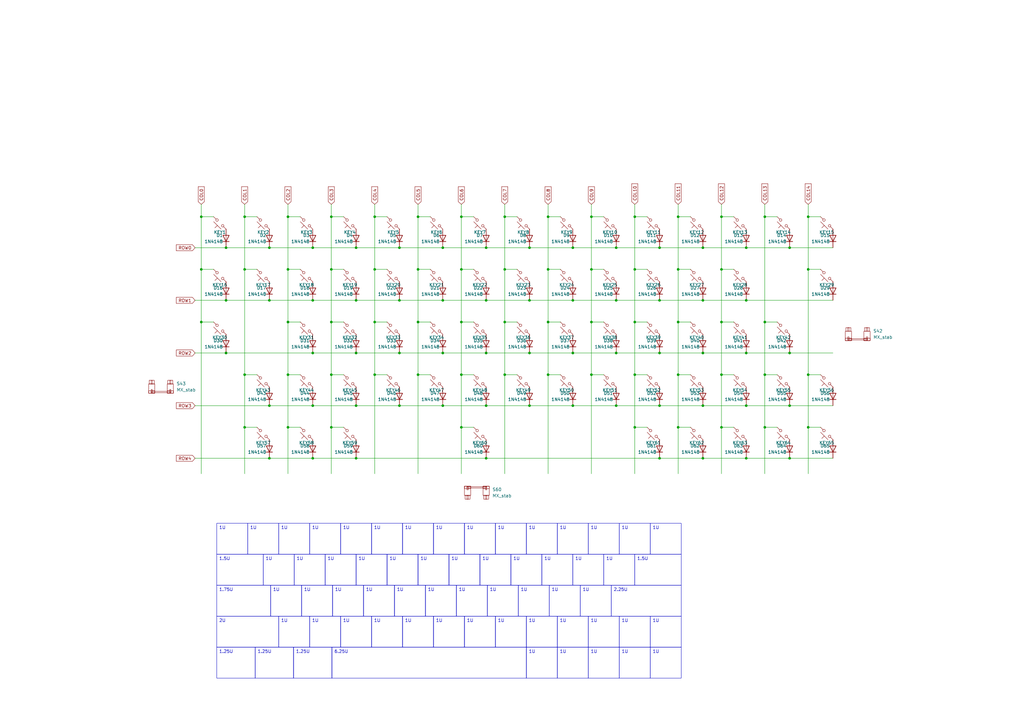
<source format=kicad_sch>
(kicad_sch (version 20230121) (generator eeschema)
  (paper "A3")
  (junction (at 100.33 153.67))
  (junction (at 288.29 166.37))
  (junction (at 207.01 88.9))
  (junction (at 207.01 153.67))
  (junction (at 163.83 101.6))
  (junction (at 135.89 175.26))
  (junction (at 181.61 166.37))
  (junction (at 217.17 123.19))
  (junction (at 288.29 144.78))
  (junction (at 270.51 123.19))
  (junction (at 252.73 123.19))
  (junction (at 181.61 101.6))
  (junction (at 242.57 88.9))
  (junction (at 313.69 88.9))
  (junction (at 224.79 153.67))
  (junction (at 313.69 175.26))
  (junction (at 270.51 101.6))
  (junction (at 234.95 144.78))
  (junction (at 306.07 123.19))
  (junction (at 171.45 88.9))
  (junction (at 288.29 101.6))
  (junction (at 295.91 175.26))
  (junction (at 323.85 101.6))
  (junction (at 234.95 123.19))
  (junction (at 260.35 88.9))
  (junction (at 224.79 132.08))
  (junction (at 118.11 110.49))
  (junction (at 110.49 166.37))
  (junction (at 306.07 187.96))
  (junction (at 118.11 88.9))
  (junction (at 82.55 132.08))
  (junction (at 331.47 110.49))
  (junction (at 306.07 144.78))
  (junction (at 323.85 166.37))
  (junction (at 217.17 144.78))
  (junction (at 323.85 144.78))
  (junction (at 163.83 144.78))
  (junction (at 295.91 88.9))
  (junction (at 278.13 110.49))
  (junction (at 189.23 153.67))
  (junction (at 331.47 175.26))
  (junction (at 135.89 153.67))
  (junction (at 128.27 187.96))
  (junction (at 278.13 153.67))
  (junction (at 128.27 166.37))
  (junction (at 163.83 166.37))
  (junction (at 278.13 132.08))
  (junction (at 181.61 123.19))
  (junction (at 242.57 110.49))
  (junction (at 252.73 166.37))
  (junction (at 128.27 144.78))
  (junction (at 199.39 101.6))
  (junction (at 234.95 101.6))
  (junction (at 217.17 101.6))
  (junction (at 146.05 144.78))
  (junction (at 242.57 153.67))
  (junction (at 146.05 187.96))
  (junction (at 270.51 166.37))
  (junction (at 234.95 166.37))
  (junction (at 82.55 110.49))
  (junction (at 92.71 101.6))
  (junction (at 171.45 132.08))
  (junction (at 146.05 123.19))
  (junction (at 171.45 110.49))
  (junction (at 153.67 153.67))
  (junction (at 217.17 166.37))
  (junction (at 270.51 144.78))
  (junction (at 146.05 166.37))
  (junction (at 242.57 132.08))
  (junction (at 110.49 101.6))
  (junction (at 135.89 110.49))
  (junction (at 199.39 144.78))
  (junction (at 100.33 110.49))
  (junction (at 278.13 88.9))
  (junction (at 323.85 187.96))
  (junction (at 92.71 144.78))
  (junction (at 82.55 88.9))
  (junction (at 153.67 110.49))
  (junction (at 110.49 187.96))
  (junction (at 189.23 110.49))
  (junction (at 163.83 123.19))
  (junction (at 110.49 123.19))
  (junction (at 331.47 88.9))
  (junction (at 288.29 123.19))
  (junction (at 153.67 132.08))
  (junction (at 135.89 132.08))
  (junction (at 100.33 175.26))
  (junction (at 92.71 123.19))
  (junction (at 260.35 132.08))
  (junction (at 118.11 175.26))
  (junction (at 270.51 187.96))
  (junction (at 207.01 132.08))
  (junction (at 252.73 144.78))
  (junction (at 181.61 144.78))
  (junction (at 189.23 132.08))
  (junction (at 171.45 153.67))
  (junction (at 260.35 110.49))
  (junction (at 199.39 187.96))
  (junction (at 224.79 110.49))
  (junction (at 207.01 110.49))
  (junction (at 288.29 187.96))
  (junction (at 189.23 175.26))
  (junction (at 118.11 132.08))
  (junction (at 306.07 166.37))
  (junction (at 295.91 132.08))
  (junction (at 146.05 101.6))
  (junction (at 135.89 88.9))
  (junction (at 252.73 101.6))
  (junction (at 260.35 175.26))
  (junction (at 295.91 153.67))
  (junction (at 199.39 166.37))
  (junction (at 224.79 88.9))
  (junction (at 295.91 110.49))
  (junction (at 199.39 123.19))
  (junction (at 313.69 153.67))
  (junction (at 306.07 101.6))
  (junction (at 331.47 153.67))
  (junction (at 313.69 132.08))
  (junction (at 128.27 123.19))
  (junction (at 100.33 88.9))
  (junction (at 153.67 88.9))
  (junction (at 260.35 153.67))
  (junction (at 189.23 88.9))
  (junction (at 128.27 101.6))
  (junction (at 118.11 153.67))
  (junction (at 278.13 175.26))
  (wire (pts (xy 313.69 88.9) (xy 318.77 88.9)))
  (wire (pts (xy 100.33 88.9) (xy 105.41 88.9)))
  (wire (pts (xy 153.67 110.49) (xy 158.75 110.49)))
  (wire (pts (xy 270.51 187.96) (xy 288.29 187.96)))
  (wire (pts (xy 153.67 83.82) (xy 153.67 88.9)))
  (wire (pts (xy 199.39 123.19) (xy 217.17 123.19)))
  (wire (pts (xy 313.69 175.26) (xy 313.69 194.31)))
  (wire (pts (xy 331.47 110.49) (xy 331.47 153.67)))
  (wire (pts (xy 295.91 132.08) (xy 300.99 132.08)))
  (wire (pts (xy 110.49 187.96) (xy 128.27 187.96)))
  (wire (pts (xy 260.35 175.26) (xy 265.43 175.26)))
  (wire (pts (xy 100.33 83.82) (xy 100.33 88.9)))
  (wire (pts (xy 153.67 110.49) (xy 153.67 132.08)))
  (wire (pts (xy 252.73 123.19) (xy 270.51 123.19)))
  (wire (pts (xy 82.55 110.49) (xy 82.55 132.08)))
  (wire (pts (xy 313.69 132.08) (xy 313.69 153.67)))
  (wire (pts (xy 146.05 123.19) (xy 163.83 123.19)))
  (wire (pts (xy 270.51 144.78) (xy 288.29 144.78)))
  (wire (pts (xy 171.45 110.49) (xy 171.45 132.08)))
  (wire (pts (xy 278.13 110.49) (xy 278.13 132.08)))
  (wire (pts (xy 323.85 166.37) (xy 341.63 166.37)))
  (wire (pts (xy 242.57 88.9) (xy 247.65 88.9)))
  (wire (pts (xy 252.73 144.78) (xy 270.51 144.78)))
  (wire (pts (xy 189.23 88.9) (xy 194.31 88.9)))
  (wire (pts (xy 270.51 123.19) (xy 288.29 123.19)))
  (wire (pts (xy 92.71 123.19) (xy 110.49 123.19)))
  (wire (pts (xy 163.83 123.19) (xy 181.61 123.19)))
  (wire (pts (xy 135.89 132.08) (xy 135.89 153.67)))
  (wire (pts (xy 207.01 88.9) (xy 207.01 110.49)))
  (wire (pts (xy 242.57 88.9) (xy 242.57 110.49)))
  (wire (pts (xy 242.57 83.82) (xy 242.57 88.9)))
  (wire (pts (xy 153.67 132.08) (xy 153.67 153.67)))
  (wire (pts (xy 100.33 88.9) (xy 100.33 110.49)))
  (wire (pts (xy 135.89 88.9) (xy 140.97 88.9)))
  (wire (pts (xy 278.13 153.67) (xy 278.13 175.26)))
  (wire (pts (xy 189.23 153.67) (xy 194.31 153.67)))
  (wire (pts (xy 331.47 153.67) (xy 331.47 175.26)))
  (wire (pts (xy 92.71 144.78) (xy 128.27 144.78)))
  (wire (pts (xy 313.69 153.67) (xy 313.69 175.26)))
  (wire (pts (xy 242.57 153.67) (xy 247.65 153.67)))
  (wire (pts (xy 224.79 132.08) (xy 224.79 153.67)))
  (wire (pts (xy 82.55 88.9) (xy 87.63 88.9)))
  (wire (pts (xy 128.27 101.6) (xy 146.05 101.6)))
  (wire (pts (xy 189.23 132.08) (xy 189.23 153.67)))
  (wire (pts (xy 163.83 166.37) (xy 181.61 166.37)))
  (wire (pts (xy 278.13 110.49) (xy 283.21 110.49)))
  (wire (pts (xy 118.11 153.67) (xy 118.11 175.26)))
  (wire (pts (xy 118.11 88.9) (xy 123.19 88.9)))
  (wire (pts (xy 189.23 132.08) (xy 194.31 132.08)))
  (wire (pts (xy 217.17 101.6) (xy 234.95 101.6)))
  (wire (pts (xy 80.01 144.78) (xy 92.71 144.78)))
  (wire (pts (xy 224.79 88.9) (xy 229.87 88.9)))
  (wire (pts (xy 278.13 88.9) (xy 283.21 88.9)))
  (wire (pts (xy 118.11 175.26) (xy 123.19 175.26)))
  (wire (pts (xy 224.79 153.67) (xy 229.87 153.67)))
  (wire (pts (xy 217.17 144.78) (xy 234.95 144.78)))
  (wire (pts (xy 224.79 83.82) (xy 224.79 88.9)))
  (wire (pts (xy 331.47 88.9) (xy 336.55 88.9)))
  (wire (pts (xy 323.85 101.6) (xy 341.63 101.6)))
  (wire (pts (xy 278.13 132.08) (xy 283.21 132.08)))
  (wire (pts (xy 288.29 101.6) (xy 306.07 101.6)))
  (wire (pts (xy 234.95 123.19) (xy 252.73 123.19)))
  (wire (pts (xy 234.95 101.6) (xy 252.73 101.6)))
  (wire (pts (xy 306.07 187.96) (xy 323.85 187.96)))
  (wire (pts (xy 295.91 110.49) (xy 300.99 110.49)))
  (wire (pts (xy 217.17 166.37) (xy 234.95 166.37)))
  (wire (pts (xy 82.55 83.82) (xy 82.55 88.9)))
  (wire (pts (xy 128.27 144.78) (xy 146.05 144.78)))
  (wire (pts (xy 224.79 110.49) (xy 224.79 132.08)))
  (wire (pts (xy 82.55 132.08) (xy 87.63 132.08)))
  (wire (pts (xy 189.23 175.26) (xy 189.23 194.31)))
  (wire (pts (xy 242.57 132.08) (xy 242.57 153.67)))
  (wire (pts (xy 135.89 110.49) (xy 135.89 132.08)))
  (wire (pts (xy 260.35 110.49) (xy 260.35 132.08)))
  (wire (pts (xy 199.39 144.78) (xy 217.17 144.78)))
  (wire (pts (xy 242.57 153.67) (xy 242.57 194.31)))
  (wire (pts (xy 110.49 166.37) (xy 128.27 166.37)))
  (wire (pts (xy 153.67 88.9) (xy 158.75 88.9)))
  (wire (pts (xy 100.33 153.67) (xy 105.41 153.67)))
  (wire (pts (xy 92.71 101.6) (xy 110.49 101.6)))
  (wire (pts (xy 260.35 83.82) (xy 260.35 88.9)))
  (wire (pts (xy 278.13 153.67) (xy 283.21 153.67)))
  (wire (pts (xy 82.55 88.9) (xy 82.55 110.49)))
  (wire (pts (xy 278.13 175.26) (xy 283.21 175.26)))
  (wire (pts (xy 135.89 153.67) (xy 135.89 175.26)))
  (wire (pts (xy 135.89 83.82) (xy 135.89 88.9)))
  (wire (pts (xy 100.33 153.67) (xy 100.33 175.26)))
  (wire (pts (xy 118.11 132.08) (xy 123.19 132.08)))
  (wire (pts (xy 181.61 101.6) (xy 199.39 101.6)))
  (wire (pts (xy 153.67 153.67) (xy 153.67 194.31)))
  (wire (pts (xy 270.51 166.37) (xy 288.29 166.37)))
  (wire (pts (xy 171.45 83.82) (xy 171.45 88.9)))
  (wire (pts (xy 331.47 83.82) (xy 331.47 88.9)))
  (wire (pts (xy 135.89 110.49) (xy 140.97 110.49)))
  (wire (pts (xy 189.23 110.49) (xy 189.23 132.08)))
  (wire (pts (xy 189.23 88.9) (xy 189.23 110.49)))
  (wire (pts (xy 224.79 88.9) (xy 224.79 110.49)))
  (wire (pts (xy 306.07 144.78) (xy 323.85 144.78)))
  (wire (pts (xy 118.11 83.82) (xy 118.11 88.9)))
  (wire (pts (xy 313.69 83.82) (xy 313.69 88.9)))
  (wire (pts (xy 323.85 187.96) (xy 341.63 187.96)))
  (wire (pts (xy 171.45 153.67) (xy 171.45 194.31)))
  (wire (pts (xy 306.07 123.19) (xy 341.63 123.19)))
  (wire (pts (xy 153.67 153.67) (xy 158.75 153.67)))
  (wire (pts (xy 323.85 144.78) (xy 341.63 144.78)))
  (wire (pts (xy 80.01 123.19) (xy 92.71 123.19)))
  (wire (pts (xy 181.61 166.37) (xy 199.39 166.37)))
  (wire (pts (xy 80.01 166.37) (xy 110.49 166.37)))
  (wire (pts (xy 100.33 175.26) (xy 105.41 175.26)))
  (wire (pts (xy 242.57 132.08) (xy 247.65 132.08)))
  (wire (pts (xy 295.91 175.26) (xy 300.99 175.26)))
  (wire (pts (xy 128.27 166.37) (xy 146.05 166.37)))
  (wire (pts (xy 100.33 110.49) (xy 100.33 153.67)))
  (wire (pts (xy 278.13 132.08) (xy 278.13 153.67)))
  (wire (pts (xy 260.35 153.67) (xy 265.43 153.67)))
  (wire (pts (xy 163.83 144.78) (xy 181.61 144.78)))
  (wire (pts (xy 224.79 153.67) (xy 224.79 194.31)))
  (wire (pts (xy 306.07 101.6) (xy 323.85 101.6)))
  (wire (pts (xy 295.91 88.9) (xy 295.91 110.49)))
  (wire (pts (xy 189.23 83.82) (xy 189.23 88.9)))
  (wire (pts (xy 306.07 166.37) (xy 323.85 166.37)))
  (wire (pts (xy 80.01 187.96) (xy 110.49 187.96)))
  (wire (pts (xy 295.91 88.9) (xy 300.99 88.9)))
  (wire (pts (xy 260.35 88.9) (xy 260.35 110.49)))
  (wire (pts (xy 199.39 187.96) (xy 270.51 187.96)))
  (wire (pts (xy 189.23 110.49) (xy 194.31 110.49)))
  (wire (pts (xy 207.01 132.08) (xy 207.01 153.67)))
  (wire (pts (xy 82.55 110.49) (xy 87.63 110.49)))
  (wire (pts (xy 118.11 175.26) (xy 118.11 194.31)))
  (wire (pts (xy 199.39 166.37) (xy 217.17 166.37)))
  (wire (pts (xy 153.67 88.9) (xy 153.67 110.49)))
  (wire (pts (xy 260.35 132.08) (xy 260.35 153.67)))
  (wire (pts (xy 199.39 101.6) (xy 217.17 101.6)))
  (wire (pts (xy 128.27 123.19) (xy 146.05 123.19)))
  (wire (pts (xy 278.13 83.82) (xy 278.13 88.9)))
  (wire (pts (xy 242.57 110.49) (xy 242.57 132.08)))
  (wire (pts (xy 207.01 132.08) (xy 212.09 132.08)))
  (wire (pts (xy 207.01 153.67) (xy 212.09 153.67)))
  (wire (pts (xy 331.47 88.9) (xy 331.47 110.49)))
  (wire (pts (xy 110.49 123.19) (xy 128.27 123.19)))
  (wire (pts (xy 189.23 153.67) (xy 189.23 175.26)))
  (wire (pts (xy 288.29 187.96) (xy 306.07 187.96)))
  (wire (pts (xy 146.05 187.96) (xy 199.39 187.96)))
  (wire (pts (xy 336.55 110.49) (xy 331.47 110.49)))
  (wire (pts (xy 100.33 175.26) (xy 100.33 194.31)))
  (wire (pts (xy 242.57 110.49) (xy 247.65 110.49)))
  (wire (pts (xy 146.05 101.6) (xy 163.83 101.6)))
  (wire (pts (xy 171.45 88.9) (xy 171.45 110.49)))
  (wire (pts (xy 313.69 153.67) (xy 318.77 153.67)))
  (wire (pts (xy 135.89 175.26) (xy 140.97 175.26)))
  (wire (pts (xy 313.69 88.9) (xy 313.69 132.08)))
  (wire (pts (xy 278.13 175.26) (xy 278.13 194.31)))
  (wire (pts (xy 295.91 110.49) (xy 295.91 132.08)))
  (wire (pts (xy 224.79 132.08) (xy 229.87 132.08)))
  (wire (pts (xy 295.91 153.67) (xy 300.99 153.67)))
  (wire (pts (xy 260.35 110.49) (xy 265.43 110.49)))
  (wire (pts (xy 135.89 88.9) (xy 135.89 110.49)))
  (wire (pts (xy 171.45 132.08) (xy 176.53 132.08)))
  (wire (pts (xy 110.49 101.6) (xy 128.27 101.6)))
  (wire (pts (xy 288.29 123.19) (xy 306.07 123.19)))
  (wire (pts (xy 260.35 88.9) (xy 265.43 88.9)))
  (wire (pts (xy 207.01 110.49) (xy 212.09 110.49)))
  (wire (pts (xy 288.29 166.37) (xy 306.07 166.37)))
  (wire (pts (xy 207.01 110.49) (xy 207.01 132.08)))
  (wire (pts (xy 153.67 132.08) (xy 158.75 132.08)))
  (wire (pts (xy 295.91 175.26) (xy 295.91 194.31)))
  (wire (pts (xy 146.05 144.78) (xy 163.83 144.78)))
  (wire (pts (xy 313.69 175.26) (xy 318.77 175.26)))
  (wire (pts (xy 82.55 132.08) (xy 82.55 194.31)))
  (wire (pts (xy 278.13 88.9) (xy 278.13 110.49)))
  (wire (pts (xy 207.01 153.67) (xy 207.01 194.31)))
  (wire (pts (xy 207.01 83.82) (xy 207.01 88.9)))
  (wire (pts (xy 163.83 101.6) (xy 181.61 101.6)))
  (wire (pts (xy 288.29 144.78) (xy 306.07 144.78)))
  (wire (pts (xy 252.73 166.37) (xy 270.51 166.37)))
  (wire (pts (xy 217.17 123.19) (xy 234.95 123.19)))
  (wire (pts (xy 189.23 175.26) (xy 194.31 175.26)))
  (wire (pts (xy 313.69 132.08) (xy 318.77 132.08)))
  (wire (pts (xy 260.35 132.08) (xy 265.43 132.08)))
  (wire (pts (xy 100.33 110.49) (xy 105.41 110.49)))
  (wire (pts (xy 171.45 88.9) (xy 176.53 88.9)))
  (wire (pts (xy 295.91 153.67) (xy 295.91 175.26)))
  (wire (pts (xy 171.45 132.08) (xy 171.45 153.67)))
  (wire (pts (xy 171.45 153.67) (xy 176.53 153.67)))
  (wire (pts (xy 135.89 175.26) (xy 135.89 194.31)))
  (wire (pts (xy 224.79 110.49) (xy 229.87 110.49)))
  (wire (pts (xy 260.35 175.26) (xy 260.35 194.31)))
  (wire (pts (xy 295.91 132.08) (xy 295.91 153.67)))
  (wire (pts (xy 207.01 88.9) (xy 212.09 88.9)))
  (wire (pts (xy 135.89 153.67) (xy 140.97 153.67)))
  (wire (pts (xy 331.47 175.26) (xy 336.55 175.26)))
  (wire (pts (xy 118.11 110.49) (xy 118.11 132.08)))
  (wire (pts (xy 128.27 187.96) (xy 146.05 187.96)))
  (wire (pts (xy 146.05 166.37) (xy 163.83 166.37)))
  (wire (pts (xy 118.11 153.67) (xy 123.19 153.67)))
  (wire (pts (xy 252.73 101.6) (xy 270.51 101.6)))
  (wire (pts (xy 181.61 123.19) (xy 199.39 123.19)))
  (wire (pts (xy 80.01 101.6) (xy 92.71 101.6)))
  (wire (pts (xy 118.11 88.9) (xy 118.11 110.49)))
  (wire (pts (xy 118.11 132.08) (xy 118.11 153.67)))
  (wire (pts (xy 181.61 144.78) (xy 199.39 144.78)))
  (wire (pts (xy 331.47 175.26) (xy 331.47 194.31)))
  (wire (pts (xy 234.95 166.37) (xy 252.73 166.37)))
  (wire (pts (xy 260.35 153.67) (xy 260.35 175.26)))
  (wire (pts (xy 135.89 132.08) (xy 140.97 132.08)))
  (wire (pts (xy 118.11 110.49) (xy 123.19 110.49)))
  (wire (pts (xy 234.95 144.78) (xy 252.73 144.78)))
  (wire (pts (xy 295.91 83.82) (xy 295.91 88.9)))
  (wire (pts (xy 331.47 153.67) (xy 336.55 153.67)))
  (wire (pts (xy 171.45 110.49) (xy 176.53 110.49)))
  (wire (pts (xy 270.51 101.6) (xy 288.29 101.6)))
  (text_box "1U" (at 228.6 214.63 0) (size 12.7 12.7) (effects (font (size 1.27 1.27)) (justify left top)))
  (text_box "1U" (at 171.45 227.33 0) (size 12.7 12.7) (effects (font (size 1.27 1.27)) (justify left top)))
  (text_box "1U" (at 241.3 214.63 0) (size 12.7 12.7) (effects (font (size 1.27 1.27)) (justify left top)))
  (text_box "1U" (at 177.8 214.63 0) (size 12.7 12.7) (effects (font (size 1.27 1.27)) (justify left top)))
  (text_box "1U" (at 187.198 240.03 0) (size 12.7 12.7) (effects (font (size 1.27 1.27)) (justify left top)))
  (text_box "1U" (at 152.4 214.63 0) (size 12.7 12.7) (effects (font (size 1.27 1.27)) (justify left top)))
  (text_box "1.5U" (at 260.35 227.33 0) (size 19.05 12.7) (effects (font (size 1.27 1.27)) (justify left top)))
  (text_box "1U" (at 114.3 214.63 0) (size 12.7 12.7) (effects (font (size 1.27 1.27)) (justify left top)))
  (text_box "2.25U" (at 250.698 240.03 0) (size 28.702 12.7) (effects (font (size 1.27 1.27)) (justify left top)))
  (text_box "1U" (at 215.9 252.73 0) (size 12.7 12.7) (effects (font (size 1.27 1.27)) (justify left top)))
  (text_box "1U" (at 152.4 252.73 0) (size 12.7 12.7) (effects (font (size 1.27 1.27)) (justify left top)))
  (text_box "1.25U" (at 104.648 265.43 0) (size 15.748 12.7) (effects (font (size 1.27 1.27)) (justify left top)))
  (text_box "1U" (at 174.498 240.03 0) (size 12.7 12.7) (effects (font (size 1.27 1.27)) (justify left top)))
  (text_box "1U" (at 101.6 214.63 0) (size 12.7 12.7) (effects (font (size 1.27 1.27)) (justify left top)))
  (text_box "1U" (at 225.298 240.03 0) (size 12.7 12.7) (effects (font (size 1.27 1.27)) (justify left top)))
  (text_box "1U" (at 266.7 214.63 0) (size 12.7 12.7) (effects (font (size 1.27 1.27)) (justify left top)))
  (text_box "1.5U" (at 88.9 227.33 0) (size 19.05 12.7) (effects (font (size 1.27 1.27)) (justify left top)))
  (text_box "1U" (at 247.65 227.33 0) (size 12.7 12.7) (effects (font (size 1.27 1.27)) (justify left top)))
  (text_box "1U" (at 190.5 214.63 0) (size 12.7 12.7) (effects (font (size 1.27 1.27)) (justify left top)))
  (text_box "1U" (at 184.15 227.33 0) (size 12.7 12.7) (effects (font (size 1.27 1.27)) (justify left top)))
  (text_box "1U" (at 215.9 265.43 0) (size 12.7 12.7) (effects (font (size 1.27 1.27)) (justify left top)))
  (text_box "1U" (at 254 265.43 0) (size 12.7 12.7) (effects (font (size 1.27 1.27)) (justify left top)))
  (text_box "6.25U" (at 136.144 265.43 0) (size 79.756 12.7) (effects (font (size 1.27 1.27)) (justify left top)))
  (text_box "1U" (at 215.9 214.63 0) (size 12.7 12.7) (effects (font (size 1.27 1.27)) (justify left top)))
  (text_box "1U" (at 110.998 240.03 0) (size 12.7 12.7) (effects (font (size 1.27 1.27)) (justify left top)))
  (text_box "1U" (at 146.05 227.33 0) (size 12.7 12.7) (effects (font (size 1.27 1.27)) (justify left top)))
  (text_box "1U" (at 133.35 227.33 0) (size 12.7 12.7) (effects (font (size 1.27 1.27)) (justify left top)))
  (text_box "1U" (at 199.898 240.03 0) (size 12.7 12.7) (effects (font (size 1.27 1.27)) (justify left top)))
  (text_box "1U" (at 203.2 252.73 0) (size 12.7 12.7) (effects (font (size 1.27 1.27)) (justify left top)))
  (text_box "1U" (at 237.998 240.03 0) (size 12.7 12.7) (effects (font (size 1.27 1.27)) (justify left top)))
  (text_box "1U" (at 158.75 227.33 0) (size 12.7 12.7) (effects (font (size 1.27 1.27)) (justify left top)))
  (text_box "1U" (at 123.698 240.03 0) (size 12.7 12.7) (effects (font (size 1.27 1.27)) (justify left top)))
  (text_box "1U" (at 203.2 214.63 0) (size 12.7 12.7) (effects (font (size 1.27 1.27)) (justify left top)))
  (text_box "1U" (at 136.398 240.03 0) (size 12.7 12.7) (effects (font (size 1.27 1.27)) (justify left top)))
  (text_box "1U" (at 209.55 227.33 0) (size 12.7 12.7) (effects (font (size 1.27 1.27)) (justify left top)))
  (text_box "1U" (at 254 214.63 0) (size 12.7 12.7) (effects (font (size 1.27 1.27)) (justify left top)))
  (text_box "1U" (at 165.1 252.73 0) (size 12.7 12.7) (effects (font (size 1.27 1.27)) (justify left top)))
  (text_box "1.25U" (at 88.9 265.43 0) (size 15.748 12.7) (effects (font (size 1.27 1.27)) (justify left top)))
  (text_box "1U" (at 234.95 227.33 0) (size 12.7 12.7) (effects (font (size 1.27 1.27)) (justify left top)))
  (text_box "1U" (at 196.85 227.33 0) (size 12.7 12.7) (effects (font (size 1.27 1.27)) (justify left top)))
  (text_box "1U" (at 88.9 214.63 0) (size 12.7 12.7) (effects (font (size 1.27 1.27)) (justify left top)))
  (text_box "1.75U" (at 88.9 240.03 0) (size 22.098 12.7) (effects (font (size 1.27 1.27)) (justify left top)))
  (text_box "1U" (at 127 252.73 0) (size 12.7 12.7) (effects (font (size 1.27 1.27)) (justify left top)))
  (text_box "1U" (at 228.6 265.43 0) (size 12.7 12.7) (effects (font (size 1.27 1.27)) (justify left top)))
  (text_box "1U" (at 190.5 252.73 0) (size 12.7 12.7) (effects (font (size 1.27 1.27)) (justify left top)))
  (text_box "1U" (at 254 252.73 0) (size 12.7 12.7) (effects (font (size 1.27 1.27)) (justify left top)))
  (text_box "1.25U" (at 120.396 265.43 0) (size 15.748 12.7) (effects (font (size 1.27 1.27)) (justify left top)))
  (text_box "1U" (at 165.1 214.63 0) (size 12.7 12.7) (effects (font (size 1.27 1.27)) (justify left top)))
  (text_box "1U" (at 127 214.63 0) (size 12.7 12.7) (effects (font (size 1.27 1.27)) (justify left top)))
  (text_box "1U" (at 228.6 252.73 0) (size 12.7 12.7) (effects (font (size 1.27 1.27)) (justify left top)))
  (text_box "1U" (at 149.098 240.03 0) (size 12.7 12.7) (effects (font (size 1.27 1.27)) (justify left top)))
  (text_box "1U" (at 222.25 227.33 0) (size 12.7 12.7) (effects (font (size 1.27 1.27)) (justify left top)))
  (text_box "1U" (at 139.7 214.63 0) (size 12.7 12.7) (effects (font (size 1.27 1.27)) (justify left top)))
  (text_box "1U" (at 241.3 252.73 0) (size 12.7 12.7) (effects (font (size 1.27 1.27)) (justify left top)))
  (text_box "1U" (at 139.7 252.73 0) (size 12.7 12.7) (effects (font (size 1.27 1.27)) (justify left top)))
  (text_box "2U" (at 88.9 252.73 0) (size 25.4 12.7) (effects (font (size 1.27 1.27)) (justify left top)))
  (text_box "1U" (at 161.798 240.03 0) (size 12.7 12.7) (effects (font (size 1.27 1.27)) (justify left top)))
  (text_box "1U" (at 177.8 252.73 0) (size 12.7 12.7) (effects (font (size 1.27 1.27)) (justify left top)))
  (text_box "1U" (at 212.598 240.03 0) (size 12.7 12.7) (effects (font (size 1.27 1.27)) (justify left top)))
  (text_box "1U" (at 114.3 252.73 0) (size 12.7 12.7) (effects (font (size 1.27 1.27)) (justify left top)))
  (text_box "1U" (at 120.65 227.33 0) (size 12.7 12.7) (effects (font (size 1.27 1.27)) (justify left top)))
  (text_box "1U" (at 266.7 252.73 0) (size 12.7 12.7) (effects (font (size 1.27 1.27)) (justify left top)))
  (text_box "1U" (at 266.7 265.43 0) (size 12.7 12.7) (effects (font (size 1.27 1.27)) (justify left top)))
  (text_box "1U" (at 107.95 227.33 0) (size 12.7 12.7) (effects (font (size 1.27 1.27)) (justify left top)))
  (text_box "1U" (at 241.3 265.43 0) (size 12.7 12.7) (effects (font (size 1.27 1.27)) (justify left top)))
  (global_label "COL13" (shape input) (at 313.69 83.82 90) (property "Intersheetrefs" "${INTERSHEET_REFS}" (effects hide)))
  (global_label "ROW0" (shape input) (at 80.01 101.6 180) (property "Intersheetrefs" "${INTERSHEET_REFS}" (effects hide)))
  (global_label "COL1" (shape input) (at 100.33 83.82 90) (property "Intersheetrefs" "${INTERSHEET_REFS}" (effects hide)))
  (global_label "COL3" (shape input) (at 135.89 83.82 90) (property "Intersheetrefs" "${INTERSHEET_REFS}" (effects hide)))
  (global_label "ROW2" (shape input) (at 80.01 144.78 180) (property "Intersheetrefs" "${INTERSHEET_REFS}" (effects hide)))
  (global_label "COL14" (shape input) (at 331.47 83.82 90) (property "Intersheetrefs" "${INTERSHEET_REFS}" (effects hide)))
  (global_label "ROW3" (shape input) (at 80.01 166.37 180) (property "Intersheetrefs" "${INTERSHEET_REFS}" (effects hide)))
  (global_label "COL0" (shape input) (at 82.55 83.82 90) (property "Intersheetrefs" "${INTERSHEET_REFS}" (effects hide)))
  (global_label "ROW1" (shape input) (at 80.01 123.19 180) (property "Intersheetrefs" "${INTERSHEET_REFS}" (effects hide)))
  (global_label "COL9" (shape input) (at 242.57 83.82 90) (property "Intersheetrefs" "${INTERSHEET_REFS}" (effects hide)))
  (global_label "COL7" (shape input) (at 207.01 83.82 90) (property "Intersheetrefs" "${INTERSHEET_REFS}" (effects hide)))
  (global_label "COL11" (shape input) (at 278.13 83.82 90) (property "Intersheetrefs" "${INTERSHEET_REFS}" (effects hide)))
  (global_label "COL12" (shape input) (at 295.91 83.82 90) (property "Intersheetrefs" "${INTERSHEET_REFS}" (effects hide)))
  (global_label "COL10" (shape input) (at 260.35 83.82 90) (property "Intersheetrefs" "${INTERSHEET_REFS}" (effects hide)))
  (global_label "COL8" (shape input) (at 224.79 83.82 90) (property "Intersheetrefs" "${INTERSHEET_REFS}" (effects hide)))
  (global_label "ROW4" (shape input) (at 80.01 187.96 180) (property "Intersheetrefs" "${INTERSHEET_REFS}" (effects hide)))
  (global_label "COL4" (shape input) (at 153.67 83.82 90) (property "Intersheetrefs" "${INTERSHEET_REFS}" (effects hide)))
  (global_label "COL5" (shape input) (at 171.45 83.82 90) (property "Intersheetrefs" "${INTERSHEET_REFS}" (effects hide)))
  (global_label "COL2" (shape input) (at 118.11 83.82 90) (property "Intersheetrefs" "${INTERSHEET_REFS}" (effects hide)))
  (global_label "COL6" (shape input) (at 189.23 83.82 90) (property "Intersheetrefs" "${INTERSHEET_REFS}" (effects hide)))
  (symbol (lib_id "Diode:1N4148") (at 217.17 162.56 90) (unit 1)
    (property "Reference" "D49" (at 215.9 161.29 90) (effects (justify left)))
    (property "Value" "1N4148" (at 215.9 163.83 90) (effects (justify left)))
    (property "Footprint" "Diode_SMD:D_SOD-323_HandSoldering" (effects hide))
    (property "Datasheet" "https://assets.nexperia.com/documents/data-sheet/1N4148_1N4448.pdf" (effects hide))
    (property "LCSC" "C81598" (effects hide))
    (property "MFR. Part #" "1N4148W" (effects hide))
  )
  (symbol (lib_id "Switch:SW_Push_45deg") (at 250.19 156.21 180) (unit 1)
    (property "Reference" "KEY51" (at 250.19 160.02 0))
    (property "Value" "SW_Push_45deg" (effects hide))
    (property "Footprint" "key-switches:SW_MX_HotSwap_PTH_nSilk" (effects hide))
  )
  (symbol (lib_id "Diode:1N4148") (at 199.39 140.97 90) (unit 1)
    (property "Reference" "D35" (at 198.12 139.7 90) (effects (justify left)))
    (property "Value" "1N4148" (at 198.12 142.24 90) (effects (justify left)))
    (property "Footprint" "Diode_SMD:D_SOD-323_HandSoldering" (effects hide))
    (property "Datasheet" "https://assets.nexperia.com/documents/data-sheet/1N4148_1N4448.pdf" (effects hide))
    (property "LCSC" "C81598" (effects hide))
    (property "MFR. Part #" "1N4148W" (effects hide))
  )
  (symbol (lib_id "Switch:SW_Push_45deg") (at 285.75 156.21 180) (unit 1)
    (property "Reference" "KEY53" (at 285.75 160.02 0))
    (property "Value" "SW_Push_45deg" (effects hide))
    (property "Footprint" "key-switches:SW_MX_HotSwap_PTH_nSilk" (effects hide))
  )
  (symbol (lib_id "Diode:1N4148") (at 199.39 97.79 90) (unit 1)
    (property "Reference" "D7" (at 198.12 96.52 90) (effects (justify left)))
    (property "Value" "1N4148" (at 198.12 99.06 90) (effects (justify left)))
    (property "Footprint" "Diode_SMD:D_SOD-323_HandSoldering" (effects hide))
    (property "Datasheet" "https://assets.nexperia.com/documents/data-sheet/1N4148_1N4448.pdf" (effects hide))
    (property "LCSC" "C81598" (effects hide))
    (property "MFR. Part #" "1N4148W" (effects hide))
  )
  (symbol (lib_id "Diode:1N4148") (at 110.49 97.79 90) (unit 1)
    (property "Reference" "D2" (at 109.22 96.52 90) (effects (justify left)))
    (property "Value" "1N4148" (at 109.22 99.06 90) (effects (justify left)))
    (property "Footprint" "Diode_SMD:D_SOD-323_HandSoldering" (effects hide))
    (property "Datasheet" "https://assets.nexperia.com/documents/data-sheet/1N4148_1N4448.pdf" (effects hide))
    (property "LCSC" "C81598" (effects hide))
    (property "MFR. Part #" "1N4148W" (effects hide))
  )
  (symbol (lib_id "Switch:SW_Push_45deg") (at 285.75 91.44 180) (unit 1)
    (property "Reference" "KEY12" (at 285.75 95.25 0))
    (property "Value" "SW_Push_45deg" (effects hide))
    (property "Footprint" "key-switches:SW_MX_HotSwap_PTH_nSilk" (effects hide))
  )
  (symbol (lib_id "Switch:SW_Push_45deg") (at 232.41 156.21 180) (unit 1)
    (property "Reference" "KEY50" (at 232.41 160.02 0))
    (property "Value" "SW_Push_45deg" (effects hide))
    (property "Footprint" "key-switches:SW_MX_HotSwap_PTH_nSilk" (effects hide))
  )
  (symbol (lib_id "Switch:SW_Push_45deg") (at 303.53 113.03 180) (unit 1)
    (property "Reference" "KEY28" (at 303.53 116.84 0))
    (property "Value" "SW_Push_45deg" (effects hide))
    (property "Footprint" "key-switches:SW_MX_HotSwap_PTH_nSilk" (effects hide))
  )
  (symbol (lib_id "Switch:SW_Push_45deg") (at 303.53 156.21 180) (unit 1)
    (property "Reference" "KEY54" (at 303.53 160.02 0))
    (property "Value" "SW_Push_45deg" (effects hide))
    (property "Footprint" "key-switches:SW_MX_HotSwap_PTH_nSilk" (effects hide))
  )
  (symbol (lib_id "Diode:1N4148") (at 199.39 184.15 90) (unit 1)
    (property "Reference" "D60" (at 198.12 182.88 90) (effects (justify left)))
    (property "Value" "1N4148" (at 198.12 185.42 90) (effects (justify left)))
    (property "Footprint" "Diode_SMD:D_SOD-323_HandSoldering" (effects hide))
    (property "Datasheet" "https://assets.nexperia.com/documents/data-sheet/1N4148_1N4448.pdf" (effects hide))
    (property "LCSC" "C81598" (effects hide))
    (property "MFR. Part #" "1N4148W" (effects hide))
  )
  (symbol (lib_id "Switch:SW_Push_45deg") (at 90.17 134.62 180) (unit 1)
    (property "Reference" "KEY30" (at 90.17 138.43 0))
    (property "Value" "SW_Push_45deg" (effects hide))
    (property "Footprint" "key-switches:SW_MX_HotSwap_PTH_nSilk" (effects hide))
  )
  (symbol (lib_id "PCM_marbastlib-mx:MX_stab") (at 195.58 201.93 180) (unit 1)
    (property "Reference" "S60" (at 201.93 200.787 0) (effects (justify right)))
    (property "Value" "MX_stab" (at 201.93 203.327 0) (effects (justify right)))
    (property "Footprint" "PCM_marbastlib-mx:STAB_MX_6.25u" (effects hide))
  )
  (symbol (lib_id "Switch:SW_Push_45deg") (at 125.73 156.21 180) (unit 1)
    (property "Reference" "KEY44" (at 125.73 160.02 0))
    (property "Value" "SW_Push_45deg" (effects hide))
    (property "Footprint" "key-switches:SW_MX_HotSwap_PTH_nSilk" (effects hide))
  )
  (symbol (lib_id "Diode:1N4148") (at 181.61 97.79 90) (unit 1)
    (property "Reference" "D6" (at 180.34 96.52 90) (effects (justify left)))
    (property "Value" "1N4148" (at 180.34 99.06 90) (effects (justify left)))
    (property "Footprint" "Diode_SMD:D_SOD-323_HandSoldering" (effects hide))
    (property "Datasheet" "https://assets.nexperia.com/documents/data-sheet/1N4148_1N4448.pdf" (effects hide))
    (property "LCSC" "C81598" (effects hide))
    (property "MFR. Part #" "1N4148W" (effects hide))
  )
  (symbol (lib_id "Diode:1N4148") (at 252.73 97.79 90) (unit 1)
    (property "Reference" "D10" (at 251.46 96.52 90) (effects (justify left)))
    (property "Value" "1N4148" (at 251.46 99.06 90) (effects (justify left)))
    (property "Footprint" "Diode_SMD:D_SOD-323_HandSoldering" (effects hide))
    (property "Datasheet" "https://assets.nexperia.com/documents/data-sheet/1N4148_1N4448.pdf" (effects hide))
    (property "LCSC" "C81598" (effects hide))
    (property "MFR. Part #" "1N4148W" (effects hide))
  )
  (symbol (lib_id "Diode:1N4148") (at 146.05 97.79 90) (unit 1)
    (property "Reference" "D4" (at 144.78 96.52 90) (effects (justify left)))
    (property "Value" "1N4148" (at 144.78 99.06 90) (effects (justify left)))
    (property "Footprint" "Diode_SMD:D_SOD-323_HandSoldering" (effects hide))
    (property "Datasheet" "https://assets.nexperia.com/documents/data-sheet/1N4148_1N4448.pdf" (effects hide))
    (property "LCSC" "C81598" (effects hide))
    (property "MFR. Part #" "1N4148W" (effects hide))
  )
  (symbol (lib_id "Switch:SW_Push_45deg") (at 214.63 91.44 180) (unit 1)
    (property "Reference" "KEY8" (at 214.63 95.25 0))
    (property "Value" "SW_Push_45deg" (effects hide))
    (property "Footprint" "key-switches:SW_MX_HotSwap_PTH_nSilk" (effects hide))
  )
  (symbol (lib_id "Diode:1N4148") (at 306.07 119.38 90) (unit 1)
    (property "Reference" "D28" (at 304.8 118.11 90) (effects (justify left)))
    (property "Value" "1N4148" (at 304.8 120.65 90) (effects (justify left)))
    (property "Footprint" "Diode_SMD:D_SOD-323_HandSoldering" (effects hide))
    (property "Datasheet" "https://assets.nexperia.com/documents/data-sheet/1N4148_1N4448.pdf" (effects hide))
    (property "LCSC" "C81598" (effects hide))
    (property "MFR. Part #" "1N4148W" (effects hide))
  )
  (symbol (lib_id "Diode:1N4148") (at 306.07 97.79 90) (unit 1)
    (property "Reference" "D13" (at 304.8 96.52 90) (effects (justify left)))
    (property "Value" "1N4148" (at 304.8 99.06 90) (effects (justify left)))
    (property "Footprint" "Diode_SMD:D_SOD-323_HandSoldering" (effects hide))
    (property "Datasheet" "https://assets.nexperia.com/documents/data-sheet/1N4148_1N4448.pdf" (effects hide))
    (property "LCSC" "C81598" (effects hide))
    (property "MFR. Part #" "1N4148W" (effects hide))
  )
  (symbol (lib_id "Diode:1N4148") (at 306.07 184.15 90) (unit 1)
    (property "Reference" "D63" (at 304.8 182.88 90) (effects (justify left)))
    (property "Value" "1N4148" (at 304.8 185.42 90) (effects (justify left)))
    (property "Footprint" "Diode_SMD:D_SOD-323_HandSoldering" (effects hide))
    (property "Datasheet" "https://assets.nexperia.com/documents/data-sheet/1N4148_1N4448.pdf" (effects hide))
    (property "LCSC" "C81598" (effects hide))
    (property "MFR. Part #" "1N4148W" (effects hide))
  )
  (symbol (lib_id "Switch:SW_Push_45deg") (at 179.07 91.44 180) (unit 1)
    (property "Reference" "KEY6" (at 179.07 95.25 0))
    (property "Value" "SW_Push_45deg" (effects hide))
    (property "Footprint" "key-switches:SW_MX_HotSwap_PTH_nSilk" (effects hide))
  )
  (symbol (lib_id "Diode:1N4148") (at 270.51 119.38 90) (unit 1)
    (property "Reference" "D26" (at 269.24 118.11 90) (effects (justify left)))
    (property "Value" "1N4148" (at 269.24 120.65 90) (effects (justify left)))
    (property "Footprint" "Diode_SMD:D_SOD-323_HandSoldering" (effects hide))
    (property "Datasheet" "https://assets.nexperia.com/documents/data-sheet/1N4148_1N4448.pdf" (effects hide))
    (property "LCSC" "C81598" (effects hide))
    (property "MFR. Part #" "1N4148W" (effects hide))
  )
  (symbol (lib_id "PCM_marbastlib-mx:MX_stab") (at 351.79 137.16 0) (unit 1)
    (property "Reference" "S42" (at 358.14 135.763 0) (effects (justify left)))
    (property "Value" "MX_stab" (at 358.14 138.303 0) (effects (justify left)))
    (property "Footprint" "PCM_marbastlib-mx:STAB_MX_2.25u" (effects hide))
  )
  (symbol (lib_id "Diode:1N4148") (at 217.17 119.38 90) (unit 1)
    (property "Reference" "D23" (at 215.9 118.11 90) (effects (justify left)))
    (property "Value" "1N4148" (at 215.9 120.65 90) (effects (justify left)))
    (property "Footprint" "Diode_SMD:D_SOD-323_HandSoldering" (effects hide))
    (property "Datasheet" "https://assets.nexperia.com/documents/data-sheet/1N4148_1N4448.pdf" (effects hide))
    (property "LCSC" "C81598" (effects hide))
    (property "MFR. Part #" "1N4148W" (effects hide))
  )
  (symbol (lib_id "Diode:1N4148") (at 323.85 97.79 90) (unit 1)
    (property "Reference" "D14" (at 322.58 96.52 90) (effects (justify left)))
    (property "Value" "1N4148" (at 322.58 99.06 90) (effects (justify left)))
    (property "Footprint" "Diode_SMD:D_SOD-323_HandSoldering" (effects hide))
    (property "Datasheet" "https://assets.nexperia.com/documents/data-sheet/1N4148_1N4448.pdf" (effects hide))
    (property "LCSC" "C81598" (effects hide))
    (property "MFR. Part #" "1N4148W" (effects hide))
  )
  (symbol (lib_id "Diode:1N4148") (at 110.49 119.38 90) (unit 1)
    (property "Reference" "D17" (at 109.22 118.11 90) (effects (justify left)))
    (property "Value" "1N4148" (at 109.22 120.65 90) (effects (justify left)))
    (property "Footprint" "Diode_SMD:D_SOD-323_HandSoldering" (effects hide))
    (property "Datasheet" "https://assets.nexperia.com/documents/data-sheet/1N4148_1N4448.pdf" (effects hide))
    (property "LCSC" "C81598" (effects hide))
    (property "MFR. Part #" "1N4148W" (effects hide))
  )
  (symbol (lib_id "Diode:1N4148") (at 128.27 140.97 90) (unit 1)
    (property "Reference" "D31" (at 127 139.7 90) (effects (justify left)))
    (property "Value" "1N4148" (at 127 142.24 90) (effects (justify left)))
    (property "Footprint" "Diode_SMD:D_SOD-323_HandSoldering" (effects hide))
    (property "Datasheet" "https://assets.nexperia.com/documents/data-sheet/1N4148_1N4448.pdf" (effects hide))
    (property "LCSC" "C81598" (effects hide))
    (property "MFR. Part #" "1N4148W" (effects hide))
  )
  (symbol (lib_id "Diode:1N4148") (at 146.05 162.56 90) (unit 1)
    (property "Reference" "D45" (at 144.78 161.29 90) (effects (justify left)))
    (property "Value" "1N4148" (at 144.78 163.83 90) (effects (justify left)))
    (property "Footprint" "Diode_SMD:D_SOD-323_HandSoldering" (effects hide))
    (property "Datasheet" "https://assets.nexperia.com/documents/data-sheet/1N4148_1N4448.pdf" (effects hide))
    (property "LCSC" "C81598" (effects hide))
    (property "MFR. Part #" "1N4148W" (effects hide))
  )
  (symbol (lib_id "Diode:1N4148") (at 110.49 184.15 90) (unit 1)
    (property "Reference" "D57" (at 109.22 182.88 90) (effects (justify left)))
    (property "Value" "1N4148" (at 109.22 185.42 90) (effects (justify left)))
    (property "Footprint" "Diode_SMD:D_SOD-323_HandSoldering" (effects hide))
    (property "Datasheet" "https://assets.nexperia.com/documents/data-sheet/1N4148_1N4448.pdf" (effects hide))
    (property "LCSC" "C81598" (effects hide))
    (property "MFR. Part #" "1N4148W" (effects hide))
  )
  (symbol (lib_id "Switch:SW_Push_45deg") (at 285.75 113.03 180) (unit 1)
    (property "Reference" "KEY27" (at 285.75 116.84 0))
    (property "Value" "SW_Push_45deg" (effects hide))
    (property "Footprint" "key-switches:SW_MX_HotSwap_PTH_nSilk" (effects hide))
  )
  (symbol (lib_id "Diode:1N4148") (at 128.27 97.79 90) (unit 1)
    (property "Reference" "D3" (at 127 96.52 90) (effects (justify left)))
    (property "Value" "1N4148" (at 127 99.06 90) (effects (justify left)))
    (property "Footprint" "Diode_SMD:D_SOD-323_HandSoldering" (effects hide))
    (property "Datasheet" "https://assets.nexperia.com/documents/data-sheet/1N4148_1N4448.pdf" (effects hide))
    (property "LCSC" "C81598" (effects hide))
    (property "MFR. Part #" "1N4148W" (effects hide))
  )
  (symbol (lib_id "Switch:SW_Push_45deg") (at 267.97 177.8 180) (unit 1)
    (property "Reference" "KEY61" (at 267.97 181.61 0))
    (property "Value" "SW_Push_45deg" (effects hide))
    (property "Footprint" "key-switches:SW_MX_HotSwap_PTH_nSilk" (effects hide))
  )
  (symbol (lib_id "Switch:SW_Push_45deg") (at 232.41 134.62 180) (unit 1)
    (property "Reference" "KEY37" (at 232.41 138.43 0))
    (property "Value" "SW_Push_45deg" (effects hide))
    (property "Footprint" "key-switches:SW_MX_HotSwap_PTH_nSilk" (effects hide))
  )
  (symbol (lib_id "Switch:SW_Push_45deg") (at 321.31 134.62 180) (unit 1)
    (property "Reference" "KEY42" (at 321.31 138.43 0))
    (property "Value" "SW_Push_45deg" (effects hide))
    (property "Footprint" "key-switches:SW_MX_HotSwap_PTH_nSilk" (effects hide))
  )
  (symbol (lib_id "Switch:SW_Push_45deg") (at 321.31 156.21 180) (unit 1)
    (property "Reference" "KEY55" (at 321.31 160.02 0))
    (property "Value" "SW_Push_45deg" (effects hide))
    (property "Footprint" "key-switches:SW_MX_HotSwap_PTH_nSilk" (effects hide))
  )
  (symbol (lib_id "Diode:1N4148") (at 234.95 162.56 90) (unit 1)
    (property "Reference" "D50" (at 233.68 161.29 90) (effects (justify left)))
    (property "Value" "1N4148" (at 233.68 163.83 90) (effects (justify left)))
    (property "Footprint" "Diode_SMD:D_SOD-323_HandSoldering" (effects hide))
    (property "Datasheet" "https://assets.nexperia.com/documents/data-sheet/1N4148_1N4448.pdf" (effects hide))
    (property "LCSC" "C81598" (effects hide))
    (property "MFR. Part #" "1N4148W" (effects hide))
  )
  (symbol (lib_id "Switch:SW_Push_45deg") (at 107.95 156.21 180) (unit 1)
    (property "Reference" "KEY43" (at 107.95 160.02 0))
    (property "Value" "SW_Push_45deg" (effects hide))
    (property "Footprint" "key-switches:SW_MX_HotSwap_PTH_nSilk" (effects hide))
  )
  (symbol (lib_id "Diode:1N4148") (at 288.29 140.97 90) (unit 1)
    (property "Reference" "D40" (at 287.02 139.7 90) (effects (justify left)))
    (property "Value" "1N4148" (at 287.02 142.24 90) (effects (justify left)))
    (property "Footprint" "Diode_SMD:D_SOD-323_HandSoldering" (effects hide))
    (property "Datasheet" "https://assets.nexperia.com/documents/data-sheet/1N4148_1N4448.pdf" (effects hide))
    (property "LCSC" "C81598" (effects hide))
    (property "MFR. Part #" "1N4148W" (effects hide))
  )
  (symbol (lib_id "Diode:1N4148") (at 288.29 162.56 90) (unit 1)
    (property "Reference" "D53" (at 287.02 161.29 90) (effects (justify left)))
    (property "Value" "1N4148" (at 287.02 163.83 90) (effects (justify left)))
    (property "Footprint" "Diode_SMD:D_SOD-323_HandSoldering" (effects hide))
    (property "Datasheet" "https://assets.nexperia.com/documents/data-sheet/1N4148_1N4448.pdf" (effects hide))
    (property "LCSC" "C81598" (effects hide))
    (property "MFR. Part #" "1N4148W" (effects hide))
  )
  (symbol (lib_id "Diode:1N4148") (at 146.05 140.97 90) (unit 1)
    (property "Reference" "D32" (at 144.78 139.7 90) (effects (justify left)))
    (property "Value" "1N4148" (at 144.78 142.24 90) (effects (justify left)))
    (property "Footprint" "Diode_SMD:D_SOD-323_HandSoldering" (effects hide))
    (property "Datasheet" "https://assets.nexperia.com/documents/data-sheet/1N4148_1N4448.pdf" (effects hide))
    (property "LCSC" "C81598" (effects hide))
    (property "MFR. Part #" "1N4148W" (effects hide))
  )
  (symbol (lib_id "Diode:1N4148") (at 92.71 140.97 90) (unit 1)
    (property "Reference" "D30" (at 91.44 139.7 90) (effects (justify left)))
    (property "Value" "1N4148" (at 91.44 142.24 90) (effects (justify left)))
    (property "Footprint" "Diode_SMD:D_SOD-323_HandSoldering" (effects hide))
    (property "Datasheet" "https://assets.nexperia.com/documents/data-sheet/1N4148_1N4448.pdf" (effects hide))
    (property "LCSC" "C81598" (effects hide))
    (property "MFR. Part #" "1N4148W" (effects hide))
  )
  (symbol (lib_id "Switch:SW_Push_45deg") (at 125.73 134.62 180) (unit 1)
    (property "Reference" "KEY31" (at 125.73 138.43 0))
    (property "Value" "SW_Push_45deg" (effects hide))
    (property "Footprint" "key-switches:SW_MX_HotSwap_PTH_nSilk" (effects hide))
  )
  (symbol (lib_id "Switch:SW_Push_45deg") (at 339.09 156.21 180) (unit 1)
    (property "Reference" "KEY56" (at 339.09 160.02 0))
    (property "Value" "SW_Push_45deg" (effects hide))
    (property "Footprint" "key-switches:SW_MX_HotSwap_PTH_nSilk" (effects hide))
  )
  (symbol (lib_id "Switch:SW_Push_45deg") (at 196.85 91.44 180) (unit 1)
    (property "Reference" "KEY7" (at 196.85 95.25 0))
    (property "Value" "SW_Push_45deg" (effects hide))
    (property "Footprint" "key-switches:SW_MX_HotSwap_PTH_nSilk" (effects hide))
  )
  (symbol (lib_id "Switch:SW_Push_45deg") (at 250.19 91.44 180) (unit 1)
    (property "Reference" "KEY10" (at 250.19 95.25 0))
    (property "Value" "SW_Push_45deg" (effects hide))
    (property "Footprint" "key-switches:SW_MX_HotSwap_PTH_nSilk" (effects hide))
  )
  (symbol (lib_id "Diode:1N4148") (at 92.71 119.38 90) (unit 1)
    (property "Reference" "D16" (at 91.44 118.11 90) (effects (justify left)))
    (property "Value" "1N4148" (at 91.44 120.65 90) (effects (justify left)))
    (property "Footprint" "Diode_SMD:D_SOD-323_HandSoldering" (effects hide))
    (property "Datasheet" "https://assets.nexperia.com/documents/data-sheet/1N4148_1N4448.pdf" (effects hide))
    (property "LCSC" "C81598" (effects hide))
    (property "MFR. Part #" "1N4148W" (effects hide))
  )
  (symbol (lib_id "Switch:SW_Push_45deg") (at 214.63 113.03 180) (unit 1)
    (property "Reference" "KEY23" (at 214.63 116.84 0))
    (property "Value" "SW_Push_45deg" (effects hide))
    (property "Footprint" "key-switches:SW_MX_HotSwap_PTH_nSilk" (effects hide))
  )
  (symbol (lib_id "Switch:SW_Push_45deg") (at 303.53 177.8 180) (unit 1)
    (property "Reference" "KEY63" (at 303.53 181.61 0))
    (property "Value" "SW_Push_45deg" (effects hide))
    (property "Footprint" "key-switches:SW_MX_HotSwap_PTH_nSilk" (effects hide))
  )
  (symbol (lib_id "Diode:1N4148") (at 341.63 184.15 90) (unit 1)
    (property "Reference" "D65" (at 340.36 182.88 90) (effects (justify left)))
    (property "Value" "1N4148" (at 340.36 185.42 90) (effects (justify left)))
    (property "Footprint" "Diode_SMD:D_SOD-323_HandSoldering" (effects hide))
    (property "Datasheet" "https://assets.nexperia.com/documents/data-sheet/1N4148_1N4448.pdf" (effects hide))
    (property "LCSC" "C81598" (effects hide))
    (property "MFR. Part #" "1N4148W" (effects hide))
  )
  (symbol (lib_id "Diode:1N4148") (at 341.63 162.56 90) (unit 1)
    (property "Reference" "D56" (at 340.36 161.29 90) (effects (justify left)))
    (property "Value" "1N4148" (at 340.36 163.83 90) (effects (justify left)))
    (property "Footprint" "Diode_SMD:D_SOD-323_HandSoldering" (effects hide))
    (property "Datasheet" "https://assets.nexperia.com/documents/data-sheet/1N4148_1N4448.pdf" (effects hide))
    (property "LCSC" "C81598" (effects hide))
    (property "MFR. Part #" "1N4148W" (effects hide))
  )
  (symbol (lib_id "Diode:1N4148") (at 181.61 119.38 90) (unit 1)
    (property "Reference" "D21" (at 180.34 118.11 90) (effects (justify left)))
    (property "Value" "1N4148" (at 180.34 120.65 90) (effects (justify left)))
    (property "Footprint" "Diode_SMD:D_SOD-323_HandSoldering" (effects hide))
    (property "Datasheet" "https://assets.nexperia.com/documents/data-sheet/1N4148_1N4448.pdf" (effects hide))
    (property "LCSC" "C81598" (effects hide))
    (property "MFR. Part #" "1N4148W" (effects hide))
  )
  (symbol (lib_id "Diode:1N4148") (at 252.73 119.38 90) (unit 1)
    (property "Reference" "D25" (at 251.46 118.11 90) (effects (justify left)))
    (property "Value" "1N4148" (at 251.46 120.65 90) (effects (justify left)))
    (property "Footprint" "Diode_SMD:D_SOD-323_HandSoldering" (effects hide))
    (property "Datasheet" "https://assets.nexperia.com/documents/data-sheet/1N4148_1N4448.pdf" (effects hide))
    (property "LCSC" "C81598" (effects hide))
    (property "MFR. Part #" "1N4148W" (effects hide))
  )
  (symbol (lib_id "Switch:SW_Push_45deg") (at 267.97 91.44 180) (unit 1)
    (property "Reference" "KEY11" (at 267.97 95.25 0))
    (property "Value" "SW_Push_45deg" (effects hide))
    (property "Footprint" "key-switches:SW_MX_HotSwap_PTH_nSilk" (effects hide))
  )
  (symbol (lib_id "Switch:SW_Push_45deg") (at 214.63 156.21 180) (unit 1)
    (property "Reference" "KEY49" (at 214.63 160.02 0))
    (property "Value" "SW_Push_45deg" (effects hide))
    (property "Footprint" "key-switches:SW_MX_HotSwap_PTH_nSilk" (effects hide))
  )
  (symbol (lib_id "Switch:SW_Push_45deg") (at 339.09 177.8 180) (unit 1)
    (property "Reference" "KEY65" (at 339.09 181.61 0))
    (property "Value" "SW_Push_45deg" (effects hide))
    (property "Footprint" "key-switches:SW_MX_HotSwap_PTH_nSilk" (effects hide))
  )
  (symbol (lib_id "Switch:SW_Push_45deg") (at 196.85 177.8 180) (unit 1)
    (property "Reference" "KEY60" (at 196.85 181.61 0))
    (property "Value" "SW_Push_45deg" (effects hide))
    (property "Footprint" "key-switches:SW_MX_HotSwap_PTH_nSilk" (effects hide))
  )
  (symbol (lib_id "Switch:SW_Push_45deg") (at 339.09 91.44 180) (unit 1)
    (property "Reference" "KEY15" (at 339.09 95.25 0))
    (property "Value" "SW_Push_45deg" (effects hide))
    (property "Footprint" "key-switches:SW_MX_HotSwap_PTH_nSilk" (effects hide))
  )
  (symbol (lib_id "Switch:SW_Push_45deg") (at 267.97 134.62 180) (unit 1)
    (property "Reference" "KEY39" (at 267.97 138.43 0))
    (property "Value" "SW_Push_45deg" (effects hide))
    (property "Footprint" "key-switches:SW_MX_HotSwap_PTH_nSilk" (effects hide))
  )
  (symbol (lib_id "Diode:1N4148") (at 323.85 184.15 90) (unit 1)
    (property "Reference" "D64" (at 322.58 182.88 90) (effects (justify left)))
    (property "Value" "1N4148" (at 322.58 185.42 90) (effects (justify left)))
    (property "Footprint" "Diode_SMD:D_SOD-323_HandSoldering" (effects hide))
    (property "Datasheet" "https://assets.nexperia.com/documents/data-sheet/1N4148_1N4448.pdf" (effects hide))
    (property "LCSC" "C81598" (effects hide))
    (property "MFR. Part #" "1N4148W" (effects hide))
  )
  (symbol (lib_id "Switch:SW_Push_45deg") (at 303.53 134.62 180) (unit 1)
    (property "Reference" "KEY41" (at 303.53 138.43 0))
    (property "Value" "SW_Push_45deg" (effects hide))
    (property "Footprint" "key-switches:SW_MX_HotSwap_PTH_nSilk" (effects hide))
  )
  (symbol (lib_id "Switch:SW_Push_45deg") (at 125.73 177.8 180) (unit 1)
    (property "Reference" "KEY58" (at 125.73 181.61 0))
    (property "Value" "SW_Push_45deg" (effects hide))
    (property "Footprint" "key-switches:SW_MX_HotSwap_PTH_nSilk" (effects hide))
  )
  (symbol (lib_id "Diode:1N4148") (at 270.51 140.97 90) (unit 1)
    (property "Reference" "D39" (at 269.24 139.7 90) (effects (justify left)))
    (property "Value" "1N4148" (at 269.24 142.24 90) (effects (justify left)))
    (property "Footprint" "Diode_SMD:D_SOD-323_HandSoldering" (effects hide))
    (property "Datasheet" "https://assets.nexperia.com/documents/data-sheet/1N4148_1N4448.pdf" (effects hide))
    (property "LCSC" "C81598" (effects hide))
    (property "MFR. Part #" "1N4148W" (effects hide))
  )
  (symbol (lib_id "Diode:1N4148") (at 270.51 184.15 90) (unit 1)
    (property "Reference" "D61" (at 269.24 182.88 90) (effects (justify left)))
    (property "Value" "1N4148" (at 269.24 185.42 90) (effects (justify left)))
    (property "Footprint" "Diode_SMD:D_SOD-323_HandSoldering" (effects hide))
    (property "Datasheet" "https://assets.nexperia.com/documents/data-sheet/1N4148_1N4448.pdf" (effects hide))
    (property "LCSC" "C81598" (effects hide))
    (property "MFR. Part #" "1N4148W" (effects hide))
  )
  (symbol (lib_id "Diode:1N4148") (at 341.63 119.38 90) (unit 1)
    (property "Reference" "D29" (at 340.36 118.11 90) (effects (justify left)))
    (property "Value" "1N4148" (at 340.36 120.65 90) (effects (justify left)))
    (property "Footprint" "Diode_SMD:D_SOD-323_HandSoldering" (effects hide))
    (property "Datasheet" "https://assets.nexperia.com/documents/data-sheet/1N4148_1N4448.pdf" (effects hide))
    (property "LCSC" "C81598" (effects hide))
    (property "MFR. Part #" "1N4148W" (effects hide))
  )
  (symbol (lib_id "Switch:SW_Push_45deg") (at 90.17 113.03 180) (unit 1)
    (property "Reference" "KEY16" (at 90.17 116.84 0))
    (property "Value" "SW_Push_45deg" (effects hide))
    (property "Footprint" "key-switches:SW_MX_HotSwap_PTH_nSilk" (effects hide))
  )
  (symbol (lib_id "Switch:SW_Push_45deg") (at 303.53 91.44 180) (unit 1)
    (property "Reference" "KEY13" (at 303.53 95.25 0))
    (property "Value" "SW_Push_45deg" (effects hide))
    (property "Footprint" "key-switches:SW_MX_HotSwap_PTH_nSilk" (effects hide))
  )
  (symbol (lib_id "Switch:SW_Push_45deg") (at 161.29 91.44 180) (unit 1)
    (property "Reference" "KEY5" (at 161.29 95.25 0))
    (property "Value" "SW_Push_45deg" (effects hide))
    (property "Footprint" "key-switches:SW_MX_HotSwap_PTH_nSilk" (effects hide))
  )
  (symbol (lib_id "Switch:SW_Push_45deg") (at 321.31 91.44 180) (unit 1)
    (property "Reference" "KEY14" (at 321.31 95.25 0))
    (property "Value" "SW_Push_45deg" (effects hide))
    (property "Footprint" "key-switches:SW_MX_HotSwap_PTH_nSilk" (effects hide))
  )
  (symbol (lib_id "Diode:1N4148") (at 181.61 140.97 90) (unit 1)
    (property "Reference" "D34" (at 180.34 139.7 90) (effects (justify left)))
    (property "Value" "1N4148" (at 180.34 142.24 90) (effects (justify left)))
    (property "Footprint" "Diode_SMD:D_SOD-323_HandSoldering" (effects hide))
    (property "Datasheet" "https://assets.nexperia.com/documents/data-sheet/1N4148_1N4448.pdf" (effects hide))
    (property "LCSC" "C81598" (effects hide))
    (property "MFR. Part #" "1N4148W" (effects hide))
  )
  (symbol (lib_id "Switch:SW_Push_45deg") (at 90.17 91.44 180) (unit 1)
    (property "Reference" "KEY1" (at 90.17 95.25 0))
    (property "Value" "SW_Push_45deg" (effects hide))
    (property "Footprint" "key-switches:SW_MX_HotSwap_PTH_nSilk" (effects hide))
  )
  (symbol (lib_id "Diode:1N4148") (at 306.07 162.56 90) (unit 1)
    (property "Reference" "D54" (at 304.8 161.29 90) (effects (justify left)))
    (property "Value" "1N4148" (at 304.8 163.83 90) (effects (justify left)))
    (property "Footprint" "Diode_SMD:D_SOD-323_HandSoldering" (effects hide))
    (property "Datasheet" "https://assets.nexperia.com/documents/data-sheet/1N4148_1N4448.pdf" (effects hide))
    (property "LCSC" "C81598" (effects hide))
    (property "MFR. Part #" "1N4148W" (effects hide))
  )
  (symbol (lib_id "Diode:1N4148") (at 217.17 97.79 90) (unit 1)
    (property "Reference" "D8" (at 215.9 96.52 90) (effects (justify left)))
    (property "Value" "1N4148" (at 215.9 99.06 90) (effects (justify left)))
    (property "Footprint" "Diode_SMD:D_SOD-323_HandSoldering" (effects hide))
    (property "Datasheet" "https://assets.nexperia.com/documents/data-sheet/1N4148_1N4448.pdf" (effects hide))
    (property "LCSC" "C81598" (effects hide))
    (property "MFR. Part #" "1N4148W" (effects hide))
  )
  (symbol (lib_id "Switch:SW_Push_45deg") (at 107.95 177.8 180) (unit 1)
    (property "Reference" "KEY57" (at 107.95 181.61 0))
    (property "Value" "SW_Push_45deg" (effects hide))
    (property "Footprint" "key-switches:SW_MX_HotSwap_PTH_nSilk" (effects hide))
  )
  (symbol (lib_id "Diode:1N4148") (at 181.61 162.56 90) (unit 1)
    (property "Reference" "D47" (at 180.34 161.29 90) (effects (justify left)))
    (property "Value" "1N4148" (at 180.34 163.83 90) (effects (justify left)))
    (property "Footprint" "Diode_SMD:D_SOD-323_HandSoldering" (effects hide))
    (property "Datasheet" "https://assets.nexperia.com/documents/data-sheet/1N4148_1N4448.pdf" (effects hide))
    (property "LCSC" "C81598" (effects hide))
    (property "MFR. Part #" "1N4148W" (effects hide))
  )
  (symbol (lib_id "Diode:1N4148") (at 199.39 162.56 90) (unit 1)
    (property "Reference" "D48" (at 198.12 161.29 90) (effects (justify left)))
    (property "Value" "1N4148" (at 198.12 163.83 90) (effects (justify left)))
    (property "Footprint" "Diode_SMD:D_SOD-323_HandSoldering" (effects hide))
    (property "Datasheet" "https://assets.nexperia.com/documents/data-sheet/1N4148_1N4448.pdf" (effects hide))
    (property "LCSC" "C81598" (effects hide))
    (property "MFR. Part #" "1N4148W" (effects hide))
  )
  (symbol (lib_id "Switch:SW_Push_45deg") (at 125.73 91.44 180) (unit 1)
    (property "Reference" "KEY3" (at 125.73 95.25 0))
    (property "Value" "SW_Push_45deg" (effects hide))
    (property "Footprint" "key-switches:SW_MX_HotSwap_PTH_nSilk" (effects hide))
  )
  (symbol (lib_id "Diode:1N4148") (at 341.63 97.79 90) (unit 1)
    (property "Reference" "D15" (at 340.36 96.52 90) (effects (justify left)))
    (property "Value" "1N4148" (at 340.36 99.06 90) (effects (justify left)))
    (property "Footprint" "Diode_SMD:D_SOD-323_HandSoldering" (effects hide))
    (property "Datasheet" "https://assets.nexperia.com/documents/data-sheet/1N4148_1N4448.pdf" (effects hide))
    (property "LCSC" "C81598" (effects hide))
    (property "MFR. Part #" "1N4148W" (effects hide))
  )
  (symbol (lib_id "Diode:1N4148") (at 163.83 162.56 90) (unit 1)
    (property "Reference" "D46" (at 162.56 161.29 90) (effects (justify left)))
    (property "Value" "1N4148" (at 162.56 163.83 90) (effects (justify left)))
    (property "Footprint" "Diode_SMD:D_SOD-323_HandSoldering" (effects hide))
    (property "Datasheet" "https://assets.nexperia.com/documents/data-sheet/1N4148_1N4448.pdf" (effects hide))
    (property "LCSC" "C81598" (effects hide))
    (property "MFR. Part #" "1N4148W" (effects hide))
  )
  (symbol (lib_id "Switch:SW_Push_45deg") (at 179.07 134.62 180) (unit 1)
    (property "Reference" "KEY34" (at 179.07 138.43 0))
    (property "Value" "SW_Push_45deg" (effects hide))
    (property "Footprint" "key-switches:SW_MX_HotSwap_PTH_nSilk" (effects hide))
  )
  (symbol (lib_id "Switch:SW_Push_45deg") (at 143.51 156.21 180) (unit 1)
    (property "Reference" "KEY45" (at 143.51 160.02 0))
    (property "Value" "SW_Push_45deg" (effects hide))
    (property "Footprint" "key-switches:SW_MX_HotSwap_PTH_nSilk" (effects hide))
  )
  (symbol (lib_id "Diode:1N4148") (at 234.95 97.79 90) (unit 1)
    (property "Reference" "D9" (at 233.68 96.52 90) (effects (justify left)))
    (property "Value" "1N4148" (at 233.68 99.06 90) (effects (justify left)))
    (property "Footprint" "Diode_SMD:D_SOD-323_HandSoldering" (effects hide))
    (property "Datasheet" "https://assets.nexperia.com/documents/data-sheet/1N4148_1N4448.pdf" (effects hide))
    (property "LCSC" "C81598" (effects hide))
    (property "MFR. Part #" "1N4148W" (effects hide))
  )
  (symbol (lib_id "Switch:SW_Push_45deg") (at 179.07 113.03 180) (unit 1)
    (property "Reference" "KEY21" (at 179.07 116.84 0))
    (property "Value" "SW_Push_45deg" (effects hide))
    (property "Footprint" "key-switches:SW_MX_HotSwap_PTH_nSilk" (effects hide))
  )
  (symbol (lib_id "Diode:1N4148") (at 306.07 140.97 90) (unit 1)
    (property "Reference" "D41" (at 304.8 139.7 90) (effects (justify left)))
    (property "Value" "1N4148" (at 304.8 142.24 90) (effects (justify left)))
    (property "Footprint" "Diode_SMD:D_SOD-323_HandSoldering" (effects hide))
    (property "Datasheet" "https://assets.nexperia.com/documents/data-sheet/1N4148_1N4448.pdf" (effects hide))
    (property "LCSC" "C81598" (effects hide))
    (property "MFR. Part #" "1N4148W" (effects hide))
  )
  (symbol (lib_id "Diode:1N4148") (at 128.27 184.15 90) (unit 1)
    (property "Reference" "D58" (at 127 182.88 90) (effects (justify left)))
    (property "Value" "1N4148" (at 127 185.42 90) (effects (justify left)))
    (property "Footprint" "Diode_SMD:D_SOD-323_HandSoldering" (effects hide))
    (property "Datasheet" "https://assets.nexperia.com/documents/data-sheet/1N4148_1N4448.pdf" (effects hide))
    (property "LCSC" "C81598" (effects hide))
    (property "MFR. Part #" "1N4148W" (effects hide))
  )
  (symbol (lib_id "Switch:SW_Push_45deg") (at 250.19 134.62 180) (unit 1)
    (property "Reference" "KEY38" (at 250.19 138.43 0))
    (property "Value" "SW_Push_45deg" (effects hide))
    (property "Footprint" "key-switches:SW_MX_HotSwap_PTH_nSilk" (effects hide))
  )
  (symbol (lib_id "Diode:1N4148") (at 323.85 140.97 90) (unit 1)
    (property "Reference" "D42" (at 322.58 139.7 90) (effects (justify left)))
    (property "Value" "1N4148" (at 322.58 142.24 90) (effects (justify left)))
    (property "Footprint" "Diode_SMD:D_SOD-323_HandSoldering" (effects hide))
    (property "Datasheet" "https://assets.nexperia.com/documents/data-sheet/1N4148_1N4448.pdf" (effects hide))
    (property "LCSC" "C81598" (effects hide))
    (property "MFR. Part #" "1N4148W" (effects hide))
  )
  (symbol (lib_id "Switch:SW_Push_45deg") (at 107.95 113.03 180) (unit 1)
    (property "Reference" "KEY17" (at 107.95 116.84 0))
    (property "Value" "SW_Push_45deg" (effects hide))
    (property "Footprint" "key-switches:SW_MX_HotSwap_PTH_nSilk" (effects hide))
  )
  (symbol (lib_id "Diode:1N4148") (at 323.85 162.56 90) (unit 1)
    (property "Reference" "D55" (at 322.58 161.29 90) (effects (justify left)))
    (property "Value" "1N4148" (at 322.58 163.83 90) (effects (justify left)))
    (property "Footprint" "Diode_SMD:D_SOD-323_HandSoldering" (effects hide))
    (property "Datasheet" "https://assets.nexperia.com/documents/data-sheet/1N4148_1N4448.pdf" (effects hide))
    (property "LCSC" "C81598" (effects hide))
    (property "MFR. Part #" "1N4148W" (effects hide))
  )
  (symbol (lib_id "Switch:SW_Push_45deg") (at 321.31 177.8 180) (unit 1)
    (property "Reference" "KEY64" (at 321.31 181.61 0))
    (property "Value" "SW_Push_45deg" (effects hide))
    (property "Footprint" "key-switches:SW_MX_HotSwap_PTH_nSilk" (effects hide))
  )
  (symbol (lib_id "Diode:1N4148") (at 234.95 140.97 90) (unit 1)
    (property "Reference" "D37" (at 233.68 139.7 90) (effects (justify left)))
    (property "Value" "1N4148" (at 233.68 142.24 90) (effects (justify left)))
    (property "Footprint" "Diode_SMD:D_SOD-323_HandSoldering" (effects hide))
    (property "Datasheet" "https://assets.nexperia.com/documents/data-sheet/1N4148_1N4448.pdf" (effects hide))
    (property "LCSC" "C81598" (effects hide))
    (property "MFR. Part #" "1N4148W" (effects hide))
  )
  (symbol (lib_id "Switch:SW_Push_45deg") (at 196.85 134.62 180) (unit 1)
    (property "Reference" "KEY35" (at 196.85 138.43 0))
    (property "Value" "SW_Push_45deg" (effects hide))
    (property "Footprint" "key-switches:SW_MX_HotSwap_PTH_nSilk" (effects hide))
  )
  (symbol (lib_id "Switch:SW_Push_45deg") (at 179.07 156.21 180) (unit 1)
    (property "Reference" "KEY47" (at 179.07 160.02 0))
    (property "Value" "SW_Push_45deg" (effects hide))
    (property "Footprint" "key-switches:SW_MX_HotSwap_PTH_nSilk" (effects hide))
  )
  (symbol (lib_id "Switch:SW_Push_45deg") (at 161.29 113.03 180) (unit 1)
    (property "Reference" "KEY20" (at 161.29 116.84 0))
    (property "Value" "SW_Push_45deg" (effects hide))
    (property "Footprint" "key-switches:SW_MX_HotSwap_PTH_nSilk" (effects hide))
  )
  (symbol (lib_id "Diode:1N4148") (at 163.83 119.38 90) (unit 1)
    (property "Reference" "D20" (at 162.56 118.11 90) (effects (justify left)))
    (property "Value" "1N4148" (at 162.56 120.65 90) (effects (justify left)))
    (property "Footprint" "Diode_SMD:D_SOD-323_HandSoldering" (effects hide))
    (property "Datasheet" "https://assets.nexperia.com/documents/data-sheet/1N4148_1N4448.pdf" (effects hide))
    (property "LCSC" "C81598" (effects hide))
    (property "MFR. Part #" "1N4148W" (effects hide))
  )
  (symbol (lib_id "Diode:1N4148") (at 110.49 162.56 90) (unit 1)
    (property "Reference" "D43" (at 109.22 161.29 90) (effects (justify left)))
    (property "Value" "1N4148" (at 109.22 163.83 90) (effects (justify left)))
    (property "Footprint" "Diode_SMD:D_SOD-323_HandSoldering" (effects hide))
    (property "Datasheet" "https://assets.nexperia.com/documents/data-sheet/1N4148_1N4448.pdf" (effects hide))
    (property "LCSC" "C81598" (effects hide))
    (property "MFR. Part #" "1N4148W" (effects hide))
  )
  (symbol (lib_id "Diode:1N4148") (at 288.29 184.15 90) (unit 1)
    (property "Reference" "D62" (at 287.02 182.88 90) (effects (justify left)))
    (property "Value" "1N4148" (at 287.02 185.42 90) (effects (justify left)))
    (property "Footprint" "Diode_SMD:D_SOD-323_HandSoldering" (effects hide))
    (property "Datasheet" "https://assets.nexperia.com/documents/data-sheet/1N4148_1N4448.pdf" (effects hide))
    (property "LCSC" "C81598" (effects hide))
    (property "MFR. Part #" "1N4148W" (effects hide))
  )
  (symbol (lib_id "Switch:SW_Push_45deg") (at 196.85 156.21 180) (unit 1)
    (property "Reference" "KEY48" (at 196.85 160.02 0))
    (property "Value" "SW_Push_45deg" (effects hide))
    (property "Footprint" "key-switches:SW_MX_HotSwap_PTH_nSilk" (effects hide))
  )
  (symbol (lib_id "Switch:SW_Push_45deg") (at 267.97 156.21 180) (unit 1)
    (property "Reference" "KEY52" (at 267.97 160.02 0))
    (property "Value" "SW_Push_45deg" (effects hide))
    (property "Footprint" "key-switches:SW_MX_HotSwap_PTH_nSilk" (effects hide))
  )
  (symbol (lib_id "Switch:SW_Push_45deg") (at 232.41 113.03 180) (unit 1)
    (property "Reference" "KEY24" (at 232.41 116.84 0))
    (property "Value" "SW_Push_45deg" (effects hide))
    (property "Footprint" "key-switches:SW_MX_HotSwap_PTH_nSilk" (effects hide))
  )
  (symbol (lib_id "Diode:1N4148") (at 270.51 97.79 90) (unit 1)
    (property "Reference" "D11" (at 269.24 96.52 90) (effects (justify left)))
    (property "Value" "1N4148" (at 269.24 99.06 90) (effects (justify left)))
    (property "Footprint" "Diode_SMD:D_SOD-323_HandSoldering" (effects hide))
    (property "Datasheet" "https://assets.nexperia.com/documents/data-sheet/1N4148_1N4448.pdf" (effects hide))
    (property "LCSC" "C81598" (effects hide))
    (property "MFR. Part #" "1N4148W" (effects hide))
  )
  (symbol (lib_id "Diode:1N4148") (at 163.83 140.97 90) (unit 1)
    (property "Reference" "D33" (at 162.56 139.7 90) (effects (justify left)))
    (property "Value" "1N4148" (at 162.56 142.24 90) (effects (justify left)))
    (property "Footprint" "Diode_SMD:D_SOD-323_HandSoldering" (effects hide))
    (property "Datasheet" "https://assets.nexperia.com/documents/data-sheet/1N4148_1N4448.pdf" (effects hide))
    (property "LCSC" "C81598" (effects hide))
    (property "MFR. Part #" "1N4148W" (effects hide))
  )
  (symbol (lib_id "Switch:SW_Push_45deg") (at 143.51 134.62 180) (unit 1)
    (property "Reference" "KEY32" (at 143.51 138.43 0))
    (property "Value" "SW_Push_45deg" (effects hide))
    (property "Footprint" "key-switches:SW_MX_HotSwap_PTH_nSilk" (effects hide))
  )
  (symbol (lib_id "Diode:1N4148") (at 146.05 184.15 90) (unit 1)
    (property "Reference" "D59" (at 144.78 182.88 90) (effects (justify left)))
    (property "Value" "1N4148" (at 144.78 185.42 90) (effects (justify left)))
    (property "Footprint" "Diode_SMD:D_SOD-323_HandSoldering" (effects hide))
    (property "Datasheet" "https://assets.nexperia.com/documents/data-sheet/1N4148_1N4448.pdf" (effects hide))
    (property "LCSC" "C81598" (effects hide))
    (property "MFR. Part #" "1N4148W" (effects hide))
  )
  (symbol (lib_id "Switch:SW_Push_45deg") (at 107.95 91.44 180) (unit 1)
    (property "Reference" "KEY2" (at 107.95 95.25 0))
    (property "Value" "SW_Push_45deg" (effects hide))
    (property "Footprint" "key-switches:SW_MX_HotSwap_PTH_nSilk" (effects hide))
  )
  (symbol (lib_id "Switch:SW_Push_45deg") (at 285.75 134.62 180) (unit 1)
    (property "Reference" "KEY40" (at 285.75 138.43 0))
    (property "Value" "SW_Push_45deg" (effects hide))
    (property "Footprint" "key-switches:SW_MX_HotSwap_PTH_nSilk" (effects hide))
  )
  (symbol (lib_id "Switch:SW_Push_45deg") (at 339.09 113.03 180) (unit 1)
    (property "Reference" "KEY29" (at 339.09 116.84 0))
    (property "Value" "SW_Push_45deg" (effects hide))
    (property "Footprint" "key-switches:SW_MX_HotSwap_PTH_nSilk" (effects hide))
  )
  (symbol (lib_id "PCM_marbastlib-mx:MX_stab") (at 66.04 158.75 0) (unit 1)
    (property "Reference" "S43" (at 72.39 157.353 0) (effects (justify left)))
    (property "Value" "MX_stab" (at 72.39 159.893 0) (effects (justify left)))
    (property "Footprint" "PCM_marbastlib-mx:STAB_MX_2u" (effects hide))
  )
  (symbol (lib_id "Switch:SW_Push_45deg") (at 267.97 113.03 180) (unit 1)
    (property "Reference" "KEY26" (at 267.97 116.84 0))
    (property "Value" "SW_Push_45deg" (effects hide))
    (property "Footprint" "key-switches:SW_MX_HotSwap_PTH_nSilk" (effects hide))
  )
  (symbol (lib_id "Diode:1N4148") (at 199.39 119.38 90) (unit 1)
    (property "Reference" "D22" (at 198.12 118.11 90) (effects (justify left)))
    (property "Value" "1N4148" (at 198.12 120.65 90) (effects (justify left)))
    (property "Footprint" "Diode_SMD:D_SOD-323_HandSoldering" (effects hide))
    (property "Datasheet" "https://assets.nexperia.com/documents/data-sheet/1N4148_1N4448.pdf" (effects hide))
    (property "LCSC" "C81598" (effects hide))
    (property "MFR. Part #" "1N4148W" (effects hide))
  )
  (symbol (lib_id "Diode:1N4148") (at 92.71 97.79 90) (unit 1)
    (property "Reference" "D1" (at 91.44 96.52 90) (effects (justify left)))
    (property "Value" "1N4148" (at 91.44 99.06 90) (effects (justify left)))
    (property "Footprint" "Diode_SMD:D_SOD-323_HandSoldering" (effects hide))
    (property "Datasheet" "https://assets.nexperia.com/documents/data-sheet/1N4148_1N4448.pdf" (effects hide))
    (property "LCSC" "C81598" (effects hide))
    (property "MFR. Part #" "1N4148W" (effects hide))
  )
  (symbol (lib_id "Diode:1N4148") (at 252.73 162.56 90) (unit 1)
    (property "Reference" "D51" (at 251.46 161.29 90) (effects (justify left)))
    (property "Value" "1N4148" (at 251.46 163.83 90) (effects (justify left)))
    (property "Footprint" "Diode_SMD:D_SOD-323_HandSoldering" (effects hide))
    (property "Datasheet" "https://assets.nexperia.com/documents/data-sheet/1N4148_1N4448.pdf" (effects hide))
    (property "LCSC" "C81598" (effects hide))
    (property "MFR. Part #" "1N4148W" (effects hide))
  )
  (symbol (lib_id "Diode:1N4148") (at 128.27 162.56 90) (unit 1)
    (property "Reference" "D44" (at 127 161.29 90) (effects (justify left)))
    (property "Value" "1N4148" (at 127 163.83 90) (effects (justify left)))
    (property "Footprint" "Diode_SMD:D_SOD-323_HandSoldering" (effects hide))
    (property "Datasheet" "https://assets.nexperia.com/documents/data-sheet/1N4148_1N4448.pdf" (effects hide))
    (property "LCSC" "C81598" (effects hide))
    (property "MFR. Part #" "1N4148W" (effects hide))
  )
  (symbol (lib_id "Diode:1N4148") (at 217.17 140.97 90) (unit 1)
    (property "Reference" "D36" (at 215.9 139.7 90) (effects (justify left)))
    (property "Value" "1N4148" (at 215.9 142.24 90) (effects (justify left)))
    (property "Footprint" "Diode_SMD:D_SOD-323_HandSoldering" (effects hide))
    (property "Datasheet" "https://assets.nexperia.com/documents/data-sheet/1N4148_1N4448.pdf" (effects hide))
    (property "LCSC" "C81598" (effects hide))
    (property "MFR. Part #" "1N4148W" (effects hide))
  )
  (symbol (lib_id "Diode:1N4148") (at 234.95 119.38 90) (unit 1)
    (property "Reference" "D24" (at 233.68 118.11 90) (effects (justify left)))
    (property "Value" "1N4148" (at 233.68 120.65 90) (effects (justify left)))
    (property "Footprint" "Diode_SMD:D_SOD-323_HandSoldering" (effects hide))
    (property "Datasheet" "https://assets.nexperia.com/documents/data-sheet/1N4148_1N4448.pdf" (effects hide))
    (property "LCSC" "C81598" (effects hide))
    (property "MFR. Part #" "1N4148W" (effects hide))
  )
  (symbol (lib_id "Diode:1N4148") (at 163.83 97.79 90) (unit 1)
    (property "Reference" "D5" (at 162.56 96.52 90) (effects (justify left)))
    (property "Value" "1N4148" (at 162.56 99.06 90) (effects (justify left)))
    (property "Footprint" "Diode_SMD:D_SOD-323_HandSoldering" (effects hide))
    (property "Datasheet" "https://assets.nexperia.com/documents/data-sheet/1N4148_1N4448.pdf" (effects hide))
    (property "LCSC" "C81598" (effects hide))
    (property "MFR. Part #" "1N4148W" (effects hide))
  )
  (symbol (lib_id "Switch:SW_Push_45deg") (at 232.41 91.44 180) (unit 1)
    (property "Reference" "KEY9" (at 232.41 95.25 0))
    (property "Value" "SW_Push_45deg" (effects hide))
    (property "Footprint" "key-switches:SW_MX_HotSwap_PTH_nSilk" (effects hide))
  )
  (symbol (lib_id "Diode:1N4148") (at 128.27 119.38 90) (unit 1)
    (property "Reference" "D18" (at 127 118.11 90) (effects (justify left)))
    (property "Value" "1N4148" (at 127 120.65 90) (effects (justify left)))
    (property "Footprint" "Diode_SMD:D_SOD-323_HandSoldering" (effects hide))
    (property "Datasheet" "https://assets.nexperia.com/documents/data-sheet/1N4148_1N4448.pdf" (effects hide))
    (property "LCSC" "C81598" (effects hide))
    (property "MFR. Part #" "1N4148W" (effects hide))
  )
  (symbol (lib_id "Diode:1N4148") (at 146.05 119.38 90) (unit 1)
    (property "Reference" "D19" (at 144.78 118.11 90) (effects (justify left)))
    (property "Value" "1N4148" (at 144.78 120.65 90) (effects (justify left)))
    (property "Footprint" "Diode_SMD:D_SOD-323_HandSoldering" (effects hide))
    (property "Datasheet" "https://assets.nexperia.com/documents/data-sheet/1N4148_1N4448.pdf" (effects hide))
    (property "LCSC" "C81598" (effects hide))
    (property "MFR. Part #" "1N4148W" (effects hide))
  )
  (symbol (lib_id "Switch:SW_Push_45deg") (at 125.73 113.03 180) (unit 1)
    (property "Reference" "KEY18" (at 125.73 116.84 0))
    (property "Value" "SW_Push_45deg" (effects hide))
    (property "Footprint" "key-switches:SW_MX_HotSwap_PTH_nSilk" (effects hide))
  )
  (symbol (lib_id "Diode:1N4148") (at 252.73 140.97 90) (unit 1)
    (property "Reference" "D38" (at 251.46 139.7 90) (effects (justify left)))
    (property "Value" "1N4148" (at 251.46 142.24 90) (effects (justify left)))
    (property "Footprint" "Diode_SMD:D_SOD-323_HandSoldering" (effects hide))
    (property "Datasheet" "https://assets.nexperia.com/documents/data-sheet/1N4148_1N4448.pdf" (effects hide))
    (property "LCSC" "C81598" (effects hide))
    (property "MFR. Part #" "1N4148W" (effects hide))
  )
  (symbol (lib_id "Switch:SW_Push_45deg") (at 143.51 177.8 180) (unit 1)
    (property "Reference" "KEY59" (at 143.51 181.61 0))
    (property "Value" "SW_Push_45deg" (effects hide))
    (property "Footprint" "key-switches:SW_MX_HotSwap_PTH_nSilk" (effects hide))
  )
  (symbol (lib_id "Switch:SW_Push_45deg") (at 250.19 113.03 180) (unit 1)
    (property "Reference" "KEY25" (at 250.19 116.84 0))
    (property "Value" "SW_Push_45deg" (effects hide))
    (property "Footprint" "key-switches:SW_MX_HotSwap_PTH_nSilk" (effects hide))
  )
  (symbol (lib_id "Switch:SW_Push_45deg") (at 161.29 134.62 180) (unit 1)
    (property "Reference" "KEY33" (at 161.29 138.43 0))
    (property "Value" "SW_Push_45deg" (effects hide))
    (property "Footprint" "key-switches:SW_MX_HotSwap_PTH_nSilk" (effects hide))
  )
  (symbol (lib_id "Switch:SW_Push_45deg") (at 214.63 134.62 180) (unit 1)
    (property "Reference" "KEY36" (at 214.63 138.43 0))
    (property "Value" "SW_Push_45deg" (effects hide))
    (property "Footprint" "key-switches:SW_MX_HotSwap_PTH_nSilk" (effects hide))
  )
  (symbol (lib_id "Switch:SW_Push_45deg") (at 143.51 113.03 180) (unit 1)
    (property "Reference" "KEY19" (at 143.51 116.84 0))
    (property "Value" "SW_Push_45deg" (effects hide))
    (property "Footprint" "key-switches:SW_MX_HotSwap_PTH_nSilk" (effects hide))
  )
  (symbol (lib_id "Switch:SW_Push_45deg") (at 161.29 156.21 180) (unit 1)
    (property "Reference" "KEY46" (at 161.29 160.02 0))
    (property "Value" "SW_Push_45deg" (effects hide))
    (property "Footprint" "key-switches:SW_MX_HotSwap_PTH_nSilk" (effects hide))
  )
  (symbol (lib_id "Switch:SW_Push_45deg") (at 285.75 177.8 180) (unit 1)
    (property "Reference" "KEY62" (at 285.75 181.61 0))
    (property "Value" "SW_Push_45deg" (effects hide))
    (property "Footprint" "key-switches:SW_MX_HotSwap_PTH_nSilk" (effects hide))
  )
  (symbol (lib_id "Diode:1N4148") (at 288.29 97.79 90) (unit 1)
    (property "Reference" "D12" (at 287.02 96.52 90) (effects (justify left)))
    (property "Value" "1N4148" (at 287.02 99.06 90) (effects (justify left)))
    (property "Footprint" "Diode_SMD:D_SOD-323_HandSoldering" (effects hide))
    (property "Datasheet" "https://assets.nexperia.com/documents/data-sheet/1N4148_1N4448.pdf" (effects hide))
    (property "LCSC" "C81598" (effects hide))
    (property "MFR. Part #" "1N4148W" (effects hide))
  )
  (symbol (lib_id "Diode:1N4148") (at 288.29 119.38 90) (unit 1)
    (property "Reference" "D27" (at 287.02 118.11 90) (effects (justify left)))
    (property "Value" "1N4148" (at 287.02 120.65 90) (effects (justify left)))
    (property "Footprint" "Diode_SMD:D_SOD-323_HandSoldering" (effects hide))
    (property "Datasheet" "https://assets.nexperia.com/documents/data-sheet/1N4148_1N4448.pdf" (effects hide))
    (property "LCSC" "C81598" (effects hide))
    (property "MFR. Part #" "1N4148W" (effects hide))
  )
  (symbol (lib_id "Switch:SW_Push_45deg") (at 143.51 91.44 180) (unit 1)
    (property "Reference" "KEY4" (at 143.51 95.25 0))
    (property "Value" "SW_Push_45deg" (effects hide))
    (property "Footprint" "key-switches:SW_MX_HotSwap_PTH_nSilk" (effects hide))
  )
  (symbol (lib_id "Diode:1N4148") (at 270.51 162.56 90) (unit 1)
    (property "Reference" "D52" (at 269.24 161.29 90) (effects (justify left)))
    (property "Value" "1N4148" (at 269.24 163.83 90) (effects (justify left)))
    (property "Footprint" "Diode_SMD:D_SOD-323_HandSoldering" (effects hide))
    (property "Datasheet" "https://assets.nexperia.com/documents/data-sheet/1N4148_1N4448.pdf" (effects hide))
    (property "LCSC" "C81598" (effects hide))
    (property "MFR. Part #" "1N4148W" (effects hide))
  )
  (symbol (lib_id "Switch:SW_Push_45deg") (at 196.85 113.03 180) (unit 1)
    (property "Reference" "KEY22" (at 196.85 116.84 0))
    (property "Value" "SW_Push_45deg" (effects hide))
    (property "Footprint" "key-switches:SW_MX_HotSwap_PTH_nSilk" (effects hide))
  )
)
</source>
